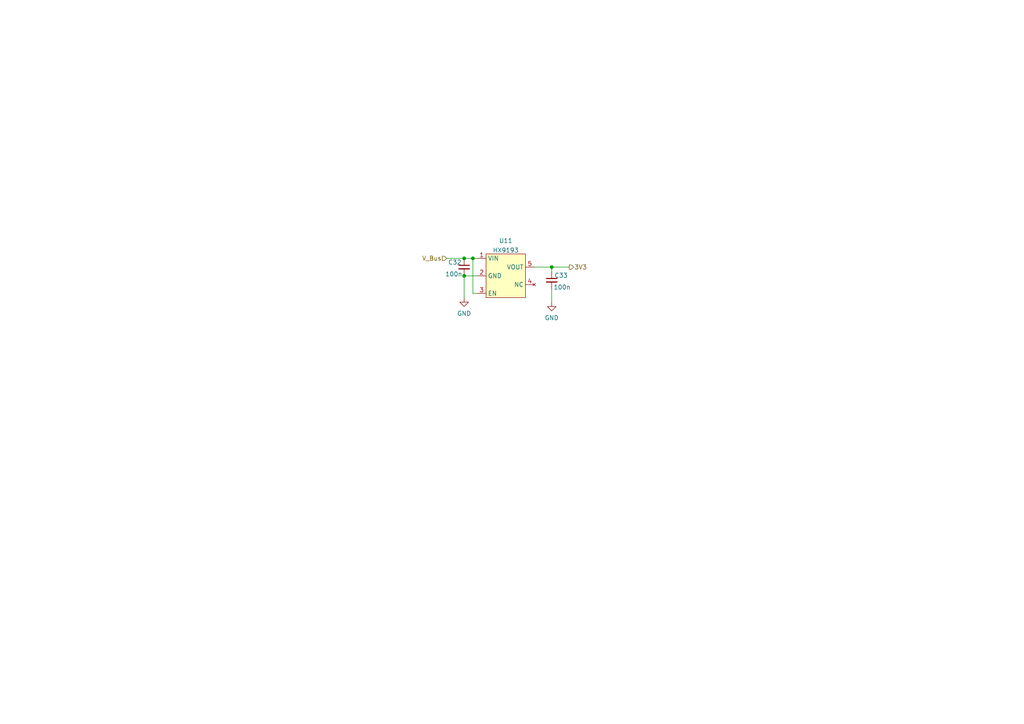
<source format=kicad_sch>
(kicad_sch (version 20211123) (generator eeschema)
  (paper "A4")
  (lib_symbols
    (symbol "Device:C_Small" (pin_numbers hide) (pin_names (offset 0.254) hide)
      (property "Reference" "C" (at 0.254 1.778 0))
      (property "Value" "C_Small" (at 0.254 -2.032 0))
      (symbol "C_Small_0_1"
        (polyline (pts (xy -1.524 -0.508) (xy 1.524 -0.508)) (stroke (width 0.3302)))
        (polyline (pts (xy -1.524 0.508) (xy 1.524 0.508)) (stroke (width 0.3048)))
      )
      (symbol "C_Small_1_1"
        (pin passive line (at 0 2.54 270) (length 2.032) (name "~") (number "1"))
        (pin passive line (at 0 -2.54 90) (length 2.032) (name "~") (number "2"))
      )
    )
    (symbol "MyLib:HX9193"
      (property "Reference" "U" (at -5.08 7.62 0))
      (property "Value" "HX9193" (at 6.35 7.62 0))
      (symbol "HX9193_0_1"
        (rectangle (start -6.35 6.35) (end 5.08 -6.35) (fill (type background)))
      )
      (symbol "HX9193_1_1"
        (pin power_in line (at -8.89 5.08 0) (length 2.54) (name "VIN") (number "1"))
        (pin passive line (at -8.89 0 0) (length 2.54) (name "GND") (number "2"))
        (pin input line (at -8.89 -5.08 0) (length 2.54) (name "EN") (number "3"))
        (pin no_connect line (at 7.62 -2.54 180) (length 2.54) (name "NC") (number "4"))
        (pin power_out line (at 7.62 2.54 180) (length 2.54) (name "VOUT") (number "5"))
      )
    )
    (symbol "power:GND" (power) (pin_names (offset 0))
      (property "Value" "GND" (at 0 -3.81 0))
      (symbol "GND_0_1"
        (polyline (pts (xy 0 0) (xy 0 -1.27) (xy 1.27 -1.27) (xy 0 -2.54) (xy -1.27 -1.27) (xy 0 -1.27)))
      )
      (symbol "GND_1_1"
        (pin power_in line (at 0 0 270) (length 0) hide (name "GND") (number "1"))
      )
    )
  )
  (junction (at 160.02 77.47))
  (junction (at 134.62 74.93))
  (junction (at 134.62 80.01))
  (junction (at 137.16 74.93))
  (wire (pts (xy 129.54 74.93) (xy 134.62 74.93)))
  (wire (pts (xy 138.43 85.09) (xy 137.16 85.09)))
  (wire (pts (xy 137.16 85.09) (xy 137.16 74.93)))
  (wire (pts (xy 160.02 77.47) (xy 165.1 77.47)))
  (wire (pts (xy 134.62 74.93) (xy 137.16 74.93)))
  (wire (pts (xy 160.02 77.47) (xy 160.02 78.74)))
  (wire (pts (xy 138.43 80.01) (xy 134.62 80.01)))
  (wire (pts (xy 137.16 74.93) (xy 138.43 74.93)))
  (wire (pts (xy 154.94 77.47) (xy 160.02 77.47)))
  (wire (pts (xy 134.62 80.01) (xy 134.62 86.36)))
  (wire (pts (xy 160.02 83.82) (xy 160.02 87.63)))
  (hierarchical_label "3V3" (shape output) (at 165.1 77.47 0))
  (hierarchical_label "V_Bus" (shape input) (at 129.54 74.93 180))
  (symbol (lib_id "MyLib:HX9193") (at 147.32 80.01 0) (unit 1)
    (property "Reference" "U11" (at 146.685 69.8205 0))
    (property "Value" "HX9193" (at 146.685 72.5956 0))
    (property "Footprint" "Package_TO_SOT_SMD:SOT-23-5_HandSoldering" (effects hide))
    (property "Datasheet" "https://item.szlcsc.com/280543.html" (effects hide))
  )
  (symbol (lib_id "power:GND") (at 160.02 87.63 0) (unit 1)
    (property "Reference" "#PWR0105" (effects hide))
    (property "Value" "GND" (at 160.02 92.1925 0))
  )
  (symbol (lib_id "Device:C_Small") (at 134.62 77.47 0) (unit 1)
    (property "Reference" "C32" (at 133.858 76.073 0) (effects (justify right)))
    (property "Value" "100n" (at 134.112 79.502 0) (effects (justify right)))
    (property "Footprint" "Capacitor_SMD:C_0603_1608Metric" (effects hide))
  )
  (symbol (lib_id "Device:C_Small") (at 160.02 81.28 0) (mirror y) (unit 1)
    (property "Reference" "C33" (at 160.782 79.883 0) (effects (justify right)))
    (property "Value" "100n" (at 160.528 83.312 0) (effects (justify right)))
    (property "Footprint" "Capacitor_SMD:C_0603_1608Metric" (effects hide))
  )
  (symbol (lib_id "power:GND") (at 134.62 86.36 0) (unit 1)
    (property "Reference" "#PWR0104" (effects hide))
    (property "Value" "GND" (at 134.62 90.9225 0))
  )
)
</source>
